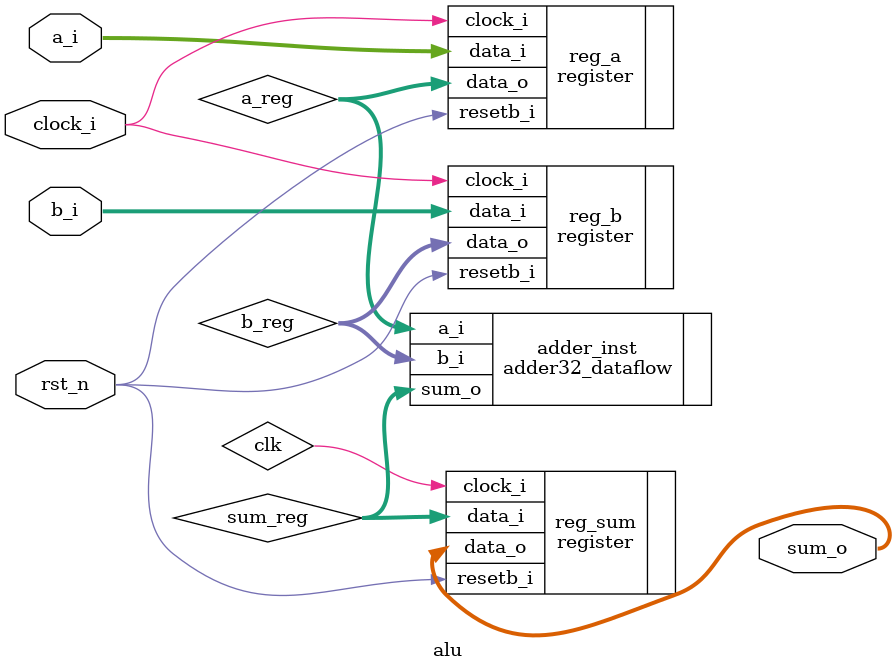
<source format=sv>
module alu #(
    parameter nb_bits = 32
    )(
    input  logic [nb_bits-1:0] a_i,      // Entrée a_i (nb_bits bits)
    input  logic [nb_bits-1:0] b_i,      // Entrée b_i (nb_bits bits)
    input  logic clock_i,             // Horloge
    input  logic rst_n,           // Reset actif bas
    output logic [nb_bits:0] sum_o     // Sortie sum_o (33 bits)
);

    // Déclaration des registres internes
    logic [nb_bits-1:0] a_reg, b_reg;   // Registres pour stocker a_i et b_i
    logic [nb_bits:0] sum_reg;        // Registre pour stocker sum_o

    // Instances des registres pour les entrées a_i et b_i
    register #(nb_bits) reg_a (
        .clock_i(clock_i),
        .resetb_i(rst_n),
        .data_i(a_i),
        .data_o(a_reg)
    );

    register #(nb_bits) reg_b (
        .clock_i(clock_i),
        .resetb_i(rst_n),
        .data_i(b_i),
        .data_o(b_reg)
    );

    // Instance de l'additionneur
    adder32_dataflow adder_inst (
        .a_i(a_reg),
        .b_i(b_reg),
        .sum_o(sum_reg)
    );

    // Instance du registre pour la sortie sum_o
    register #(nb_bits+1) reg_sum (
        .clock_i(clk),
        .resetb_i(rst_n),
        .data_i(sum_reg),
        .data_o(sum_o)
    );

endmodule

</source>
